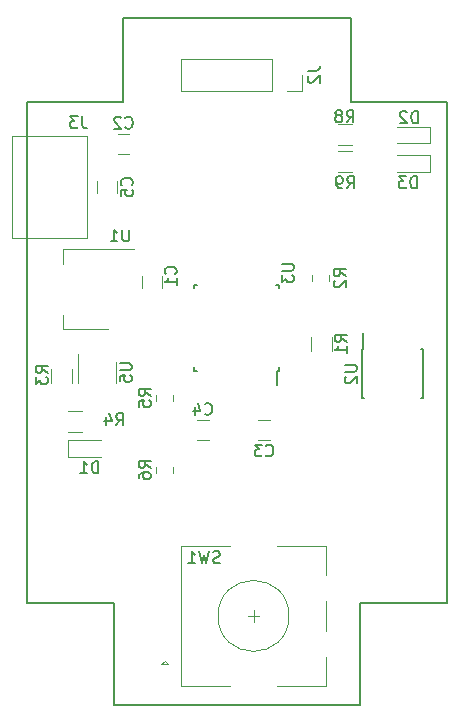
<source format=gbr>
%TF.GenerationSoftware,KiCad,Pcbnew,(5.0.2)-1*%
%TF.CreationDate,2019-05-13T13:04:59+03:00*%
%TF.ProjectId,timer,74696d65-722e-46b6-9963-61645f706362,rev?*%
%TF.SameCoordinates,Original*%
%TF.FileFunction,Legend,Bot*%
%TF.FilePolarity,Positive*%
%FSLAX46Y46*%
G04 Gerber Fmt 4.6, Leading zero omitted, Abs format (unit mm)*
G04 Created by KiCad (PCBNEW (5.0.2)-1) date 13.05.2019 13:04:59*
%MOMM*%
%LPD*%
G01*
G04 APERTURE LIST*
%ADD10C,0.150000*%
%ADD11C,0.120000*%
G04 APERTURE END LIST*
D10*
X54102000Y-32004000D02*
X62230000Y-32004000D01*
X54102000Y-24892000D02*
X54102000Y-32004000D01*
X34798000Y-32004000D02*
X34798000Y-24892000D01*
X26670000Y-32004000D02*
X34798000Y-32004000D01*
X62230000Y-74422000D02*
X54864000Y-74422000D01*
X54864000Y-74422000D02*
X54864000Y-83058000D01*
X34036000Y-74422000D02*
X34036000Y-83058000D01*
X26670000Y-74422000D02*
X34036000Y-74422000D01*
X26670000Y-74422000D02*
X26670000Y-32004000D01*
X54864000Y-83058000D02*
X34036000Y-83058000D01*
X62230000Y-32004000D02*
X62230000Y-74422000D01*
X34798000Y-24892000D02*
X54102000Y-24892000D01*
D11*
X45332000Y-75525000D02*
X46332000Y-75525000D01*
X45832000Y-76025000D02*
X45832000Y-75025000D01*
X51932000Y-72025000D02*
X51932000Y-69625000D01*
X51932000Y-76825000D02*
X51932000Y-74225000D01*
X51932000Y-81425000D02*
X51932000Y-79025000D01*
X38632000Y-79625000D02*
X38332000Y-79325000D01*
X38032000Y-79625000D02*
X38632000Y-79625000D01*
X38332000Y-79325000D02*
X38032000Y-79625000D01*
X39732000Y-81425000D02*
X39732000Y-69625000D01*
X43832000Y-81425000D02*
X39732000Y-81425000D01*
X43832000Y-69625000D02*
X39732000Y-69625000D01*
X51932000Y-69625000D02*
X47832000Y-69625000D01*
X47832000Y-81425000D02*
X51932000Y-81425000D01*
X48832000Y-75525000D02*
G75*
G03X48832000Y-75525000I-3000000J0D01*
G01*
D10*
X48018000Y-54747000D02*
X47793000Y-54747000D01*
X48018000Y-47497000D02*
X47718000Y-47497000D01*
X40768000Y-47497000D02*
X41068000Y-47497000D01*
X40768000Y-54747000D02*
X41068000Y-54747000D01*
X48018000Y-54747000D02*
X48018000Y-54447000D01*
X40768000Y-54747000D02*
X40768000Y-54447000D01*
X40768000Y-47497000D02*
X40768000Y-47797000D01*
X48018000Y-47497000D02*
X48018000Y-47797000D01*
X47793000Y-54747000D02*
X47793000Y-55972000D01*
D11*
X38061000Y-46724000D02*
X38061000Y-47724000D01*
X36361000Y-47724000D02*
X36361000Y-46724000D01*
X34318000Y-34710000D02*
X35318000Y-34710000D01*
X35318000Y-36410000D02*
X34318000Y-36410000D01*
X47216000Y-60667000D02*
X46216000Y-60667000D01*
X46216000Y-58967000D02*
X47216000Y-58967000D01*
X41049000Y-58967000D02*
X42049000Y-58967000D01*
X42049000Y-60667000D02*
X41049000Y-60667000D01*
X34251000Y-38723000D02*
X34251000Y-39723000D01*
X32551000Y-39723000D02*
X32551000Y-38723000D01*
X30161000Y-62041000D02*
X30161000Y-60641000D01*
X30161000Y-60641000D02*
X32961000Y-60641000D01*
X30161000Y-62041000D02*
X32961000Y-62041000D01*
X60812000Y-34098000D02*
X60812000Y-35498000D01*
X60812000Y-35498000D02*
X58012000Y-35498000D01*
X60812000Y-34098000D02*
X58012000Y-34098000D01*
X60812000Y-36511000D02*
X60812000Y-37911000D01*
X60812000Y-37911000D02*
X58012000Y-37911000D01*
X60812000Y-36511000D02*
X58012000Y-36511000D01*
X39691000Y-31048000D02*
X39691000Y-28388000D01*
X47371000Y-31048000D02*
X39691000Y-31048000D01*
X47371000Y-28388000D02*
X39691000Y-28388000D01*
X47371000Y-31048000D02*
X47371000Y-28388000D01*
X48641000Y-31048000D02*
X49971000Y-31048000D01*
X49971000Y-31048000D02*
X49971000Y-29718000D01*
X25354000Y-43563000D02*
X25354000Y-34863000D01*
X31764000Y-43563000D02*
X31764000Y-34863000D01*
X31764000Y-34863000D02*
X25354000Y-34863000D01*
X26584000Y-34863000D02*
X26584000Y-43563000D01*
X25354000Y-43563000D02*
X31764000Y-43563000D01*
X50682000Y-51898000D02*
X50682000Y-53098000D01*
X52442000Y-53098000D02*
X52442000Y-51898000D01*
X28711000Y-54598000D02*
X28711000Y-55798000D01*
X30471000Y-55798000D02*
X30471000Y-54598000D01*
X30087000Y-59935000D02*
X31287000Y-59935000D01*
X31287000Y-58175000D02*
X30087000Y-58175000D01*
X52947000Y-35678000D02*
X54147000Y-35678000D01*
X54147000Y-33918000D02*
X52947000Y-33918000D01*
X52947000Y-37964000D02*
X54147000Y-37964000D01*
X54147000Y-36204000D02*
X52947000Y-36204000D01*
X29738000Y-51275000D02*
X29738000Y-50015000D01*
X29738000Y-44455000D02*
X29738000Y-45715000D01*
X33498000Y-51275000D02*
X29738000Y-51275000D01*
X35748000Y-44455000D02*
X29738000Y-44455000D01*
X34188000Y-54007000D02*
X34188000Y-55807000D01*
X30968000Y-55807000D02*
X30968000Y-53357000D01*
D10*
X55042360Y-52961720D02*
X55092360Y-52961720D01*
X55042360Y-57111720D02*
X55187360Y-57111720D01*
X60192360Y-57111720D02*
X60047360Y-57111720D01*
X60192360Y-52961720D02*
X60047360Y-52961720D01*
X55042360Y-52961720D02*
X55042360Y-57111720D01*
X60192360Y-52961720D02*
X60192360Y-57111720D01*
X55092360Y-52961720D02*
X55092360Y-51561720D01*
D11*
X39023360Y-56798468D02*
X39023360Y-57320972D01*
X37603360Y-56798468D02*
X37603360Y-57320972D01*
X37603360Y-62894468D02*
X37603360Y-63416972D01*
X39023360Y-62894468D02*
X39023360Y-63416972D01*
X52231360Y-47178972D02*
X52231360Y-46656468D01*
X50811360Y-47178972D02*
X50811360Y-46656468D01*
D10*
X42989333Y-71016761D02*
X42846476Y-71064380D01*
X42608380Y-71064380D01*
X42513142Y-71016761D01*
X42465523Y-70969142D01*
X42417904Y-70873904D01*
X42417904Y-70778666D01*
X42465523Y-70683428D01*
X42513142Y-70635809D01*
X42608380Y-70588190D01*
X42798857Y-70540571D01*
X42894095Y-70492952D01*
X42941714Y-70445333D01*
X42989333Y-70350095D01*
X42989333Y-70254857D01*
X42941714Y-70159619D01*
X42894095Y-70112000D01*
X42798857Y-70064380D01*
X42560761Y-70064380D01*
X42417904Y-70112000D01*
X42084571Y-70064380D02*
X41846476Y-71064380D01*
X41656000Y-70350095D01*
X41465523Y-71064380D01*
X41227428Y-70064380D01*
X40322666Y-71064380D02*
X40894095Y-71064380D01*
X40608380Y-71064380D02*
X40608380Y-70064380D01*
X40703619Y-70207238D01*
X40798857Y-70302476D01*
X40894095Y-70350095D01*
X48220380Y-45720095D02*
X49029904Y-45720095D01*
X49125142Y-45767714D01*
X49172761Y-45815333D01*
X49220380Y-45910571D01*
X49220380Y-46101047D01*
X49172761Y-46196285D01*
X49125142Y-46243904D01*
X49029904Y-46291523D01*
X48220380Y-46291523D01*
X48220380Y-46672476D02*
X48220380Y-47291523D01*
X48601333Y-46958190D01*
X48601333Y-47101047D01*
X48648952Y-47196285D01*
X48696571Y-47243904D01*
X48791809Y-47291523D01*
X49029904Y-47291523D01*
X49125142Y-47243904D01*
X49172761Y-47196285D01*
X49220380Y-47101047D01*
X49220380Y-46815333D01*
X49172761Y-46720095D01*
X49125142Y-46672476D01*
X39219142Y-46569333D02*
X39266761Y-46521714D01*
X39314380Y-46378857D01*
X39314380Y-46283619D01*
X39266761Y-46140761D01*
X39171523Y-46045523D01*
X39076285Y-45997904D01*
X38885809Y-45950285D01*
X38742952Y-45950285D01*
X38552476Y-45997904D01*
X38457238Y-46045523D01*
X38362000Y-46140761D01*
X38314380Y-46283619D01*
X38314380Y-46378857D01*
X38362000Y-46521714D01*
X38409619Y-46569333D01*
X39314380Y-47521714D02*
X39314380Y-46950285D01*
X39314380Y-47236000D02*
X38314380Y-47236000D01*
X38457238Y-47140761D01*
X38552476Y-47045523D01*
X38600095Y-46950285D01*
X34984666Y-34167142D02*
X35032285Y-34214761D01*
X35175142Y-34262380D01*
X35270380Y-34262380D01*
X35413238Y-34214761D01*
X35508476Y-34119523D01*
X35556095Y-34024285D01*
X35603714Y-33833809D01*
X35603714Y-33690952D01*
X35556095Y-33500476D01*
X35508476Y-33405238D01*
X35413238Y-33310000D01*
X35270380Y-33262380D01*
X35175142Y-33262380D01*
X35032285Y-33310000D01*
X34984666Y-33357619D01*
X34603714Y-33357619D02*
X34556095Y-33310000D01*
X34460857Y-33262380D01*
X34222761Y-33262380D01*
X34127523Y-33310000D01*
X34079904Y-33357619D01*
X34032285Y-33452857D01*
X34032285Y-33548095D01*
X34079904Y-33690952D01*
X34651333Y-34262380D01*
X34032285Y-34262380D01*
X46882666Y-61924142D02*
X46930285Y-61971761D01*
X47073142Y-62019380D01*
X47168380Y-62019380D01*
X47311238Y-61971761D01*
X47406476Y-61876523D01*
X47454095Y-61781285D01*
X47501714Y-61590809D01*
X47501714Y-61447952D01*
X47454095Y-61257476D01*
X47406476Y-61162238D01*
X47311238Y-61067000D01*
X47168380Y-61019380D01*
X47073142Y-61019380D01*
X46930285Y-61067000D01*
X46882666Y-61114619D01*
X46549333Y-61019380D02*
X45930285Y-61019380D01*
X46263619Y-61400333D01*
X46120761Y-61400333D01*
X46025523Y-61447952D01*
X45977904Y-61495571D01*
X45930285Y-61590809D01*
X45930285Y-61828904D01*
X45977904Y-61924142D01*
X46025523Y-61971761D01*
X46120761Y-62019380D01*
X46406476Y-62019380D01*
X46501714Y-61971761D01*
X46549333Y-61924142D01*
X41715666Y-58424142D02*
X41763285Y-58471761D01*
X41906142Y-58519380D01*
X42001380Y-58519380D01*
X42144238Y-58471761D01*
X42239476Y-58376523D01*
X42287095Y-58281285D01*
X42334714Y-58090809D01*
X42334714Y-57947952D01*
X42287095Y-57757476D01*
X42239476Y-57662238D01*
X42144238Y-57567000D01*
X42001380Y-57519380D01*
X41906142Y-57519380D01*
X41763285Y-57567000D01*
X41715666Y-57614619D01*
X40858523Y-57852714D02*
X40858523Y-58519380D01*
X41096619Y-57471761D02*
X41334714Y-58186047D01*
X40715666Y-58186047D01*
X35508142Y-39056333D02*
X35555761Y-39008714D01*
X35603380Y-38865857D01*
X35603380Y-38770619D01*
X35555761Y-38627761D01*
X35460523Y-38532523D01*
X35365285Y-38484904D01*
X35174809Y-38437285D01*
X35031952Y-38437285D01*
X34841476Y-38484904D01*
X34746238Y-38532523D01*
X34651000Y-38627761D01*
X34603380Y-38770619D01*
X34603380Y-38865857D01*
X34651000Y-39008714D01*
X34698619Y-39056333D01*
X34603380Y-39961095D02*
X34603380Y-39484904D01*
X35079571Y-39437285D01*
X35031952Y-39484904D01*
X34984333Y-39580142D01*
X34984333Y-39818238D01*
X35031952Y-39913476D01*
X35079571Y-39961095D01*
X35174809Y-40008714D01*
X35412904Y-40008714D01*
X35508142Y-39961095D01*
X35555761Y-39913476D01*
X35603380Y-39818238D01*
X35603380Y-39580142D01*
X35555761Y-39484904D01*
X35508142Y-39437285D01*
X32699095Y-63444380D02*
X32699095Y-62444380D01*
X32461000Y-62444380D01*
X32318142Y-62492000D01*
X32222904Y-62587238D01*
X32175285Y-62682476D01*
X32127666Y-62872952D01*
X32127666Y-63015809D01*
X32175285Y-63206285D01*
X32222904Y-63301523D01*
X32318142Y-63396761D01*
X32461000Y-63444380D01*
X32699095Y-63444380D01*
X31175285Y-63444380D02*
X31746714Y-63444380D01*
X31461000Y-63444380D02*
X31461000Y-62444380D01*
X31556238Y-62587238D01*
X31651476Y-62682476D01*
X31746714Y-62730095D01*
X59750095Y-33800380D02*
X59750095Y-32800380D01*
X59512000Y-32800380D01*
X59369142Y-32848000D01*
X59273904Y-32943238D01*
X59226285Y-33038476D01*
X59178666Y-33228952D01*
X59178666Y-33371809D01*
X59226285Y-33562285D01*
X59273904Y-33657523D01*
X59369142Y-33752761D01*
X59512000Y-33800380D01*
X59750095Y-33800380D01*
X58797714Y-32895619D02*
X58750095Y-32848000D01*
X58654857Y-32800380D01*
X58416761Y-32800380D01*
X58321523Y-32848000D01*
X58273904Y-32895619D01*
X58226285Y-32990857D01*
X58226285Y-33086095D01*
X58273904Y-33228952D01*
X58845333Y-33800380D01*
X58226285Y-33800380D01*
X59666095Y-39314380D02*
X59666095Y-38314380D01*
X59428000Y-38314380D01*
X59285142Y-38362000D01*
X59189904Y-38457238D01*
X59142285Y-38552476D01*
X59094666Y-38742952D01*
X59094666Y-38885809D01*
X59142285Y-39076285D01*
X59189904Y-39171523D01*
X59285142Y-39266761D01*
X59428000Y-39314380D01*
X59666095Y-39314380D01*
X58761333Y-38314380D02*
X58142285Y-38314380D01*
X58475619Y-38695333D01*
X58332761Y-38695333D01*
X58237523Y-38742952D01*
X58189904Y-38790571D01*
X58142285Y-38885809D01*
X58142285Y-39123904D01*
X58189904Y-39219142D01*
X58237523Y-39266761D01*
X58332761Y-39314380D01*
X58618476Y-39314380D01*
X58713714Y-39266761D01*
X58761333Y-39219142D01*
X50423380Y-29384666D02*
X51137666Y-29384666D01*
X51280523Y-29337047D01*
X51375761Y-29241809D01*
X51423380Y-29098952D01*
X51423380Y-29003714D01*
X50518619Y-29813238D02*
X50471000Y-29860857D01*
X50423380Y-29956095D01*
X50423380Y-30194190D01*
X50471000Y-30289428D01*
X50518619Y-30337047D01*
X50613857Y-30384666D01*
X50709095Y-30384666D01*
X50851952Y-30337047D01*
X51423380Y-29765619D01*
X51423380Y-30384666D01*
X31321333Y-33234380D02*
X31321333Y-33948666D01*
X31368952Y-34091523D01*
X31464190Y-34186761D01*
X31607047Y-34234380D01*
X31702285Y-34234380D01*
X30940380Y-33234380D02*
X30321333Y-33234380D01*
X30654666Y-33615333D01*
X30511809Y-33615333D01*
X30416571Y-33662952D01*
X30368952Y-33710571D01*
X30321333Y-33805809D01*
X30321333Y-34043904D01*
X30368952Y-34139142D01*
X30416571Y-34186761D01*
X30511809Y-34234380D01*
X30797523Y-34234380D01*
X30892761Y-34186761D01*
X30940380Y-34139142D01*
X53714380Y-52331333D02*
X53238190Y-51998000D01*
X53714380Y-51759904D02*
X52714380Y-51759904D01*
X52714380Y-52140857D01*
X52762000Y-52236095D01*
X52809619Y-52283714D01*
X52904857Y-52331333D01*
X53047714Y-52331333D01*
X53142952Y-52283714D01*
X53190571Y-52236095D01*
X53238190Y-52140857D01*
X53238190Y-51759904D01*
X53714380Y-53283714D02*
X53714380Y-52712285D01*
X53714380Y-52998000D02*
X52714380Y-52998000D01*
X52857238Y-52902761D01*
X52952476Y-52807523D01*
X53000095Y-52712285D01*
X28392380Y-54951333D02*
X27916190Y-54618000D01*
X28392380Y-54379904D02*
X27392380Y-54379904D01*
X27392380Y-54760857D01*
X27440000Y-54856095D01*
X27487619Y-54903714D01*
X27582857Y-54951333D01*
X27725714Y-54951333D01*
X27820952Y-54903714D01*
X27868571Y-54856095D01*
X27916190Y-54760857D01*
X27916190Y-54379904D01*
X27392380Y-55284666D02*
X27392380Y-55903714D01*
X27773333Y-55570380D01*
X27773333Y-55713238D01*
X27820952Y-55808476D01*
X27868571Y-55856095D01*
X27963809Y-55903714D01*
X28201904Y-55903714D01*
X28297142Y-55856095D01*
X28344761Y-55808476D01*
X28392380Y-55713238D01*
X28392380Y-55427523D01*
X28344761Y-55332285D01*
X28297142Y-55284666D01*
X34202666Y-59380380D02*
X34536000Y-58904190D01*
X34774095Y-59380380D02*
X34774095Y-58380380D01*
X34393142Y-58380380D01*
X34297904Y-58428000D01*
X34250285Y-58475619D01*
X34202666Y-58570857D01*
X34202666Y-58713714D01*
X34250285Y-58808952D01*
X34297904Y-58856571D01*
X34393142Y-58904190D01*
X34774095Y-58904190D01*
X33345523Y-58713714D02*
X33345523Y-59380380D01*
X33583619Y-58332761D02*
X33821714Y-59047047D01*
X33202666Y-59047047D01*
X53713666Y-33726380D02*
X54047000Y-33250190D01*
X54285095Y-33726380D02*
X54285095Y-32726380D01*
X53904142Y-32726380D01*
X53808904Y-32774000D01*
X53761285Y-32821619D01*
X53713666Y-32916857D01*
X53713666Y-33059714D01*
X53761285Y-33154952D01*
X53808904Y-33202571D01*
X53904142Y-33250190D01*
X54285095Y-33250190D01*
X53142238Y-33154952D02*
X53237476Y-33107333D01*
X53285095Y-33059714D01*
X53332714Y-32964476D01*
X53332714Y-32916857D01*
X53285095Y-32821619D01*
X53237476Y-32774000D01*
X53142238Y-32726380D01*
X52951761Y-32726380D01*
X52856523Y-32774000D01*
X52808904Y-32821619D01*
X52761285Y-32916857D01*
X52761285Y-32964476D01*
X52808904Y-33059714D01*
X52856523Y-33107333D01*
X52951761Y-33154952D01*
X53142238Y-33154952D01*
X53237476Y-33202571D01*
X53285095Y-33250190D01*
X53332714Y-33345428D01*
X53332714Y-33535904D01*
X53285095Y-33631142D01*
X53237476Y-33678761D01*
X53142238Y-33726380D01*
X52951761Y-33726380D01*
X52856523Y-33678761D01*
X52808904Y-33631142D01*
X52761285Y-33535904D01*
X52761285Y-33345428D01*
X52808904Y-33250190D01*
X52856523Y-33202571D01*
X52951761Y-33154952D01*
X53760666Y-39314380D02*
X54094000Y-38838190D01*
X54332095Y-39314380D02*
X54332095Y-38314380D01*
X53951142Y-38314380D01*
X53855904Y-38362000D01*
X53808285Y-38409619D01*
X53760666Y-38504857D01*
X53760666Y-38647714D01*
X53808285Y-38742952D01*
X53855904Y-38790571D01*
X53951142Y-38838190D01*
X54332095Y-38838190D01*
X53284476Y-39314380D02*
X53094000Y-39314380D01*
X52998761Y-39266761D01*
X52951142Y-39219142D01*
X52855904Y-39076285D01*
X52808285Y-38885809D01*
X52808285Y-38504857D01*
X52855904Y-38409619D01*
X52903523Y-38362000D01*
X52998761Y-38314380D01*
X53189238Y-38314380D01*
X53284476Y-38362000D01*
X53332095Y-38409619D01*
X53379714Y-38504857D01*
X53379714Y-38742952D01*
X53332095Y-38838190D01*
X53284476Y-38885809D01*
X53189238Y-38933428D01*
X52998761Y-38933428D01*
X52903523Y-38885809D01*
X52855904Y-38838190D01*
X52808285Y-38742952D01*
X35305904Y-42817380D02*
X35305904Y-43626904D01*
X35258285Y-43722142D01*
X35210666Y-43769761D01*
X35115428Y-43817380D01*
X34924952Y-43817380D01*
X34829714Y-43769761D01*
X34782095Y-43722142D01*
X34734476Y-43626904D01*
X34734476Y-42817380D01*
X33734476Y-43817380D02*
X34305904Y-43817380D01*
X34020190Y-43817380D02*
X34020190Y-42817380D01*
X34115428Y-42960238D01*
X34210666Y-43055476D01*
X34305904Y-43103095D01*
X34504380Y-54145095D02*
X35313904Y-54145095D01*
X35409142Y-54192714D01*
X35456761Y-54240333D01*
X35504380Y-54335571D01*
X35504380Y-54526047D01*
X35456761Y-54621285D01*
X35409142Y-54668904D01*
X35313904Y-54716523D01*
X34504380Y-54716523D01*
X34504380Y-55668904D02*
X34504380Y-55192714D01*
X34980571Y-55145095D01*
X34932952Y-55192714D01*
X34885333Y-55287952D01*
X34885333Y-55526047D01*
X34932952Y-55621285D01*
X34980571Y-55668904D01*
X35075809Y-55716523D01*
X35313904Y-55716523D01*
X35409142Y-55668904D01*
X35456761Y-55621285D01*
X35504380Y-55526047D01*
X35504380Y-55287952D01*
X35456761Y-55192714D01*
X35409142Y-55145095D01*
X53569740Y-54274815D02*
X54379264Y-54274815D01*
X54474502Y-54322434D01*
X54522121Y-54370053D01*
X54569740Y-54465291D01*
X54569740Y-54655767D01*
X54522121Y-54751005D01*
X54474502Y-54798624D01*
X54379264Y-54846243D01*
X53569740Y-54846243D01*
X53664979Y-55274815D02*
X53617360Y-55322434D01*
X53569740Y-55417672D01*
X53569740Y-55655767D01*
X53617360Y-55751005D01*
X53664979Y-55798624D01*
X53760217Y-55846243D01*
X53855455Y-55846243D01*
X53998312Y-55798624D01*
X54569740Y-55227196D01*
X54569740Y-55846243D01*
X37115740Y-56893053D02*
X36639550Y-56559720D01*
X37115740Y-56321624D02*
X36115740Y-56321624D01*
X36115740Y-56702577D01*
X36163360Y-56797815D01*
X36210979Y-56845434D01*
X36306217Y-56893053D01*
X36449074Y-56893053D01*
X36544312Y-56845434D01*
X36591931Y-56797815D01*
X36639550Y-56702577D01*
X36639550Y-56321624D01*
X36115740Y-57797815D02*
X36115740Y-57321624D01*
X36591931Y-57274005D01*
X36544312Y-57321624D01*
X36496693Y-57416862D01*
X36496693Y-57654958D01*
X36544312Y-57750196D01*
X36591931Y-57797815D01*
X36687169Y-57845434D01*
X36925264Y-57845434D01*
X37020502Y-57797815D01*
X37068121Y-57750196D01*
X37115740Y-57654958D01*
X37115740Y-57416862D01*
X37068121Y-57321624D01*
X37020502Y-57274005D01*
X37115740Y-62989053D02*
X36639550Y-62655720D01*
X37115740Y-62417624D02*
X36115740Y-62417624D01*
X36115740Y-62798577D01*
X36163360Y-62893815D01*
X36210979Y-62941434D01*
X36306217Y-62989053D01*
X36449074Y-62989053D01*
X36544312Y-62941434D01*
X36591931Y-62893815D01*
X36639550Y-62798577D01*
X36639550Y-62417624D01*
X36115740Y-63846196D02*
X36115740Y-63655720D01*
X36163360Y-63560481D01*
X36210979Y-63512862D01*
X36353836Y-63417624D01*
X36544312Y-63370005D01*
X36925264Y-63370005D01*
X37020502Y-63417624D01*
X37068121Y-63465243D01*
X37115740Y-63560481D01*
X37115740Y-63750958D01*
X37068121Y-63846196D01*
X37020502Y-63893815D01*
X36925264Y-63941434D01*
X36687169Y-63941434D01*
X36591931Y-63893815D01*
X36544312Y-63846196D01*
X36496693Y-63750958D01*
X36496693Y-63560481D01*
X36544312Y-63465243D01*
X36591931Y-63417624D01*
X36687169Y-63370005D01*
X53623740Y-46751053D02*
X53147550Y-46417720D01*
X53623740Y-46179624D02*
X52623740Y-46179624D01*
X52623740Y-46560577D01*
X52671360Y-46655815D01*
X52718979Y-46703434D01*
X52814217Y-46751053D01*
X52957074Y-46751053D01*
X53052312Y-46703434D01*
X53099931Y-46655815D01*
X53147550Y-46560577D01*
X53147550Y-46179624D01*
X52718979Y-47132005D02*
X52671360Y-47179624D01*
X52623740Y-47274862D01*
X52623740Y-47512958D01*
X52671360Y-47608196D01*
X52718979Y-47655815D01*
X52814217Y-47703434D01*
X52909455Y-47703434D01*
X53052312Y-47655815D01*
X53623740Y-47084386D01*
X53623740Y-47703434D01*
M02*

</source>
